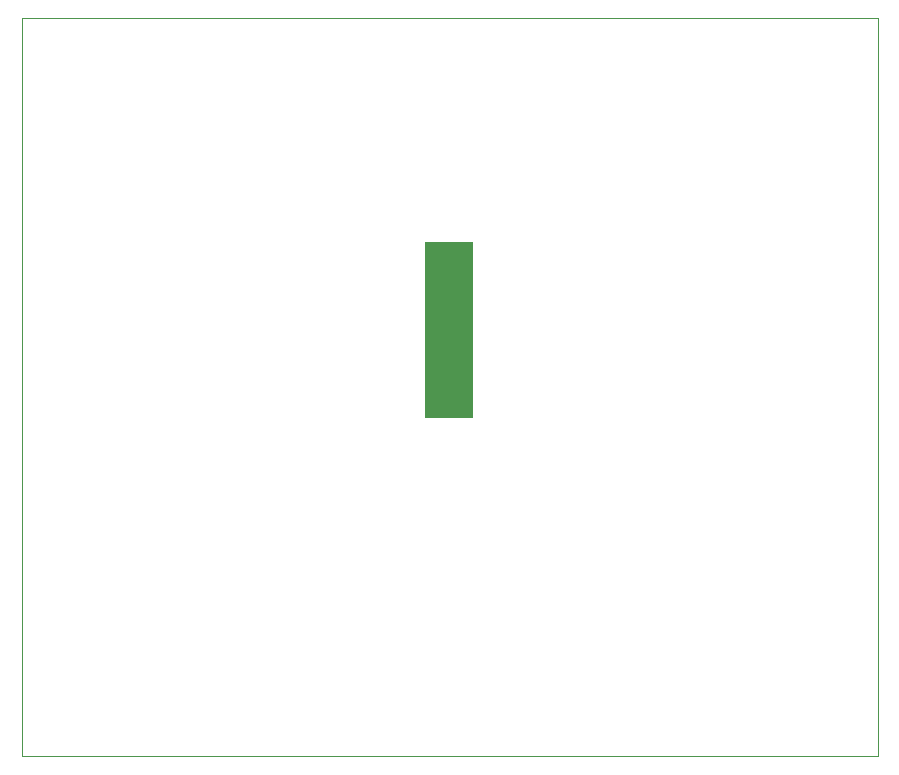
<source format=gbr>
G04 ===== Begin FILE IDENTIFICATION =====*
G04 File Format:  Gerber RS274X*
G04 ===== End FILE IDENTIFICATION =====*
%FSLAX66Y66*%
%MOIN*%
%SFA1.0000B1.0000*%
%OFA0.0B0.0*%
%ADD14R,0.161417X0.590551*%
%ADD15C,0.000984*%
%LNbound*%
%IPPOS*%
%LPD*%
G75*
D14*
X1229358Y1419732D03*
D15*
G01X-196850Y2460630D02*
G01Y0D01*
G01X2657480Y2460630D02*
G01X-196850D01*
G01X2657480Y0D02*
G01Y2460630D01*
G01X-196850Y0D02*
G01X2657480D01*
M02*


</source>
